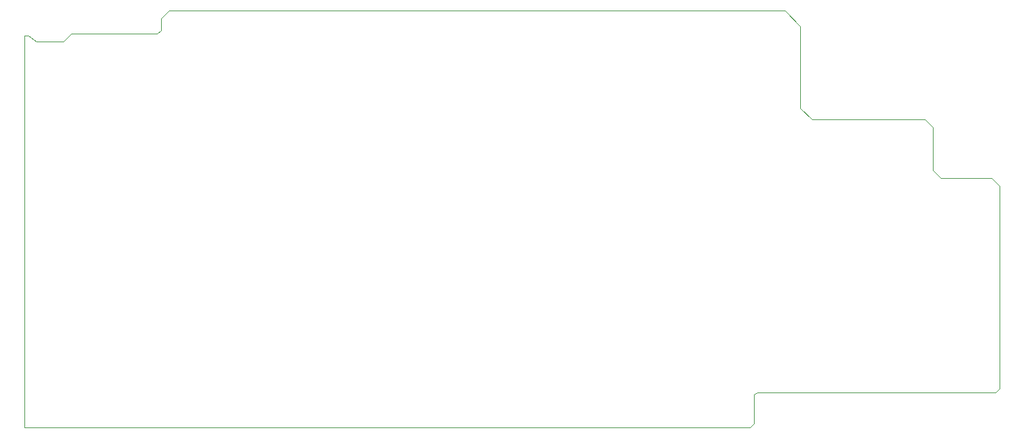
<source format=gbr>
%TF.GenerationSoftware,KiCad,Pcbnew,8.0.8+dfsg-1*%
%TF.CreationDate,2025-07-24T04:48:22-04:00*%
%TF.ProjectId,VGA_SRAM_SHUIELD_DOUBLE_BUFFER,5647415f-5352-4414-9d5f-53485549454c,rev?*%
%TF.SameCoordinates,Original*%
%TF.FileFunction,Profile,NP*%
%FSLAX46Y46*%
G04 Gerber Fmt 4.6, Leading zero omitted, Abs format (unit mm)*
G04 Created by KiCad (PCBNEW 8.0.8+dfsg-1) date 2025-07-24 04:48:22*
%MOMM*%
%LPD*%
G01*
G04 APERTURE LIST*
%TA.AperFunction,Profile*%
%ADD10C,0.050000*%
%TD*%
G04 APERTURE END LIST*
D10*
X28000000Y-134250000D02*
X27500000Y-134250000D01*
X32500000Y-135000000D02*
X29000000Y-135000000D01*
X144000000Y-146000000D02*
X144000000Y-151500000D01*
X121000000Y-184000000D02*
X121000000Y-180250000D01*
X152500000Y-153500000D02*
X152500000Y-179500000D01*
X46000000Y-131000000D02*
X45000000Y-132000000D01*
X33500000Y-134000000D02*
X32500000Y-135000000D01*
X152000000Y-180000000D02*
X152500000Y-179500000D01*
X128500000Y-145000000D02*
X143000000Y-145000000D01*
X127000000Y-133000000D02*
X127000000Y-143500000D01*
X44500000Y-134000000D02*
X33500000Y-134000000D01*
X144000000Y-151500000D02*
X145000000Y-152500000D01*
X120500000Y-184500000D02*
X121000000Y-184000000D01*
X45000000Y-132000000D02*
X45000000Y-133500000D01*
X143000000Y-145000000D02*
X144000000Y-146000000D01*
X125000000Y-131000000D02*
X127000000Y-133000000D01*
X46000000Y-131000000D02*
X125000000Y-131000000D01*
X27500000Y-184500000D02*
X120500000Y-184500000D01*
X45000000Y-133500000D02*
X44500000Y-134000000D01*
X127000000Y-143500000D02*
X128500000Y-145000000D01*
X151500000Y-152500000D02*
X152500000Y-153500000D01*
X145000000Y-152500000D02*
X151500000Y-152500000D01*
X27500000Y-134250000D02*
X27500000Y-184500000D01*
X121500000Y-180000000D02*
X121000000Y-180250000D01*
X152000000Y-180000000D02*
X121500000Y-180000000D01*
X29000000Y-135000000D02*
X28000000Y-134250000D01*
M02*

</source>
